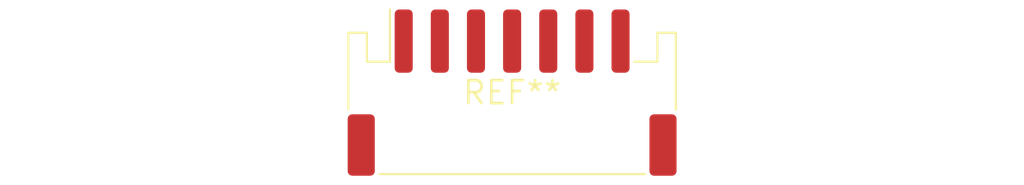
<source format=kicad_pcb>
(kicad_pcb (version 20240108) (generator pcbnew)
  (layers (0 "F.Cu" signal) (31 "B.Cu" signal) (34 "B.Paste" user) (35 "F.Paste" user) (36 "B.SilkS" user "B.Silkscreen") (37 "F.SilkS" user "F.Silkscreen") (38 "B.Mask" user) (39 "F.Mask" user) (44 "Edge.Cuts" user))
  (net 0 "")
  (footprint "JST_PH_S7B-PH-SM4-TB_1x07-1MP_P2.00mm_Horizontal" (layer "F.Cu") (at 0 0)
    (property "Reference" "REF**")
    (property "Value" "JST_PH_S7B-PH-SM4-TB_1x07-1MP_P2.00mm_Horizontal")
    (fp_line (start -9.06 -3.31) (end -8.04 -3.31) (layer "F.SilkS") (stroke (width 0.12)))
    (fp_line (start -9.06 0.94) (end -9.06 -3.31) (layer "F.SilkS") (stroke (width 0.12)))
    (fp_line (start -8.04 -3.31) (end -8.04 -1.71) (layer "F.SilkS") (stroke (width 0.12)))
    (fp_line (start -8.04 -1.71) (end -6.76 -1.71) (layer "F.SilkS") (stroke (width 0.12)))
    (fp_line (start -7.34 4.51) (end 7.34 4.51) (layer "F.SilkS") (stroke (width 0.12)))
    (fp_line (start -6.76 -1.71) (end -6.76 -4.6) (layer "F.SilkS") (stroke (width 0.12)))
    (fp_line (start 8.04 -3.31) (end 8.04 -1.71) (layer "F.SilkS") (stroke (width 0.12)))
    (fp_line (start 8.04 -1.71) (end 6.76 -1.71) (layer "F.SilkS") (stroke (width 0.12)))
    (fp_line (start 9.06 -3.31) (end 8.04 -3.31) (layer "F.SilkS") (stroke (width 0.12)))
    (fp_line (start 9.06 0.94) (end 9.06 -3.31) (layer "F.SilkS") (stroke (width 0.12)))
    (pad "1" smd roundrect (at -6 -2.85) (size 1 3.5) (layers "F.Cu" "F.Paste" "F.Mask"))
    (pad "2" smd roundrect (at -4 -2.85) (size 1 3.5) (layers "F.Cu" "F.Paste" "F.Mask"))
    (pad "3" smd roundrect (at -2 -2.85) (size 1 3.5) (layers "F.Cu" "F.Paste" "F.Mask"))
    (pad "4" smd roundrect (at 0 -2.85) (size 1 3.5) (layers "F.Cu" "F.Paste" "F.Mask"))
    (pad "5" smd roundrect (at 2 -2.85) (size 1 3.5) (layers "F.Cu" "F.Paste" "F.Mask"))
    (pad "6" smd roundrect (at 4 -2.85) (size 1 3.5) (layers "F.Cu" "F.Paste" "F.Mask"))
    (pad "7" smd roundrect (at 6 -2.85) (size 1 3.5) (layers "F.Cu" "F.Paste" "F.Mask"))
    (pad "MP" smd roundrect (at -8.35 2.9) (size 1.5 3.4) (layers "F.Cu" "F.Paste" "F.Mask") (roundrect_rratio 0.166667))
    (pad "MP" smd roundrect (at 8.35 2.9) (size 1.5 3.4) (layers "F.Cu" "F.Paste" "F.Mask") (roundrect_rratio 0.166667))
  )
)
</source>
